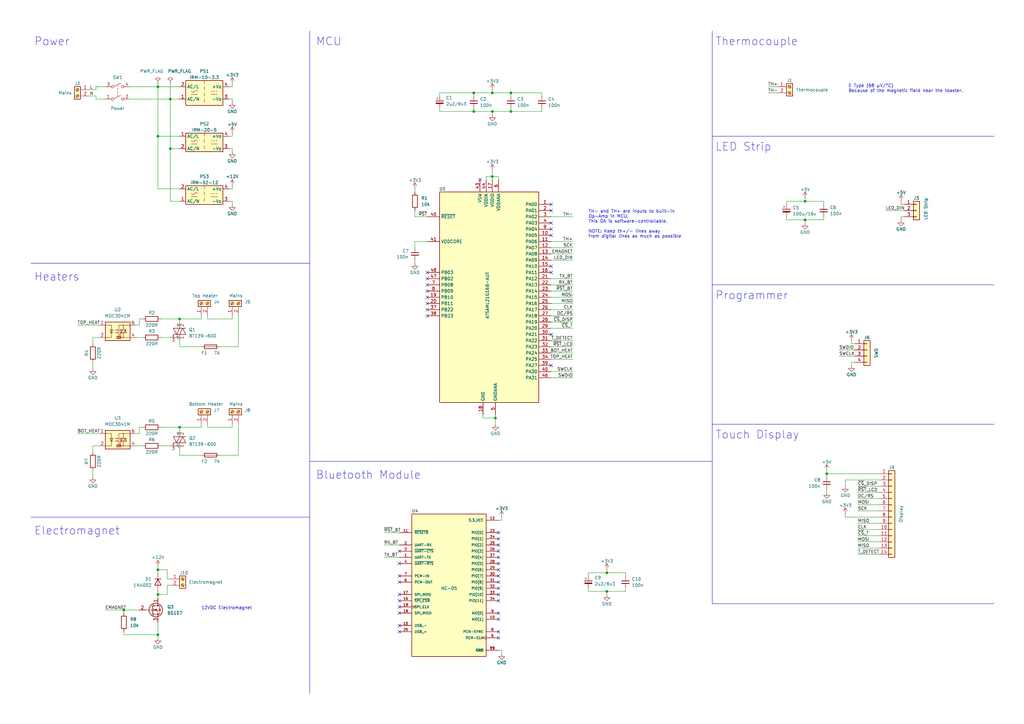
<source format=kicad_sch>
(kicad_sch (version 20230121) (generator eeschema)
  (paper "A3")
  (title_block (title "Gaming Toaster V1") (date "2023-02-19") (rev "1.0.0"))
  (lib_symbols
    (symbol "Connector:Screw_Terminal_01x02" (pin_names (offset 1.016) hide)
      (property "Reference" "J" (at 0 2.54 0))
      (property "Value" "Screw_Terminal_01x02" (at 0 -5.08 0))
      (symbol "Screw_Terminal_01x02_1_1"
        (pin passive line (at -5.08 0 0) (length 3.81) (name "Pin_1") (number "1"))
        (pin passive line (at -5.08 -2.54 0) (length 3.81) (name "Pin_2") (number "2"))
      )
    )
    (symbol "Connector_Generic:Conn_01x03" (pin_names (offset 1.016) hide)
      (property "Reference" "J" (at 0 5.08 0))
      (property "Value" "Conn_01x03" (at 0 -5.08 0))
      (symbol "Conn_01x03_1_1"
        (pin passive line (at -5.08 2.54 0) (length 3.81) (name "Pin_1") (number "1"))
        (pin passive line (at -5.08 0 0) (length 3.81) (name "Pin_2") (number "2"))
        (pin passive line (at -5.08 -2.54 0) (length 3.81) (name "Pin_3") (number "3"))
      )
    )
    (symbol "Connector_Generic:Conn_01x04" (pin_names (offset 1.016) hide)
      (property "Reference" "J" (at 0 5.08 0))
      (property "Value" "Conn_01x04" (at 0 -7.62 0))
      (symbol "Conn_01x04_1_1"
        (pin passive line (at -5.08 2.54 0) (length 3.81) (name "Pin_1") (number "1"))
        (pin passive line (at -5.08 0 0) (length 3.81) (name "Pin_2") (number "2"))
        (pin passive line (at -5.08 -2.54 0) (length 3.81) (name "Pin_3") (number "3"))
        (pin passive line (at -5.08 -5.08 0) (length 3.81) (name "Pin_4") (number "4"))
      )
    )
    (symbol "Connector_Generic:Conn_01x14" (pin_names (offset 1.016) hide)
      (property "Reference" "J" (at 0 17.78 0))
      (property "Value" "Conn_01x14" (at 0 -20.32 0))
      (symbol "Conn_01x14_1_1"
        (pin passive line (at -5.08 15.24 0) (length 3.81) (name "Pin_1") (number "1"))
        (pin passive line (at -5.08 -7.62 0) (length 3.81) (name "Pin_10") (number "10"))
        (pin passive line (at -5.08 -10.16 0) (length 3.81) (name "Pin_11") (number "11"))
        (pin passive line (at -5.08 -12.7 0) (length 3.81) (name "Pin_12") (number "12"))
        (pin passive line (at -5.08 -15.24 0) (length 3.81) (name "Pin_13") (number "13"))
        (pin passive line (at -5.08 -17.78 0) (length 3.81) (name "Pin_14") (number "14"))
        (pin passive line (at -5.08 12.7 0) (length 3.81) (name "Pin_2") (number "2"))
        (pin passive line (at -5.08 10.16 0) (length 3.81) (name "Pin_3") (number "3"))
        (pin passive line (at -5.08 7.62 0) (length 3.81) (name "Pin_4") (number "4"))
        (pin passive line (at -5.08 5.08 0) (length 3.81) (name "Pin_5") (number "5"))
        (pin passive line (at -5.08 2.54 0) (length 3.81) (name "Pin_6") (number "6"))
        (pin passive line (at -5.08 0 0) (length 3.81) (name "Pin_7") (number "7"))
        (pin passive line (at -5.08 -2.54 0) (length 3.81) (name "Pin_8") (number "8"))
        (pin passive line (at -5.08 -5.08 0) (length 3.81) (name "Pin_9") (number "9"))
      )
    )
    (symbol "Converter_ACDC:IRM-02-12"
      (property "Reference" "PS3" (at 0 7.62 0))
      (property "Value" "IRM-02-12" (at 0 5.08 0))
      (symbol "IRM-02-12_1_1"
        (pin power_in line (at -10.16 -2.54 0) (length 2.54) (name "AC/N") (number "1"))
        (pin power_in line (at -10.16 2.54 0) (length 2.54) (name "AC/L") (number "2"))
        (pin passive line (at 10.16 -2.54 180) (length 2.54) (name "-Vo") (number "3"))
        (pin power_out line (at 10.16 2.54 180) (length 2.54) (name "+Vo") (number "4"))
      )
    )
    (symbol "Converter_ACDC:IRM-10-3.3"
      (property "Reference" "PS1" (at 0 8.89 0))
      (property "Value" "IRM-10-3.3" (at 0 6.35 0))
      (symbol "IRM-10-3.3_1_1"
        (pin power_in line (at -10.16 -2.54 0) (length 2.54) (name "AC/N") (number "1"))
        (pin power_in line (at -10.16 2.54 0) (length 2.54) (name "AC/L") (number "2"))
        (pin power_out line (at 10.16 -2.54 180) (length 2.54) (name "-Vo") (number "3"))
        (pin power_out line (at 10.16 2.54 180) (length 2.54) (name "+Vo") (number "4"))
      )
    )
    (symbol "Converter_ACDC:IRM-20-5"
      (property "Reference" "PS2" (at 0 7.62 0))
      (property "Value" "IRM-20-5" (at 0 5.08 0))
      (symbol "IRM-20-5_1_1"
        (pin power_in line (at -10.16 2.54 0) (length 2.54) (name "AC/L") (number "1"))
        (pin power_in line (at -10.16 -2.54 0) (length 2.54) (name "AC/N") (number "2"))
        (pin passive line (at 10.16 -2.54 180) (length 2.54) (name "-Vo") (number "3"))
        (pin power_out line (at 10.16 2.54 180) (length 2.54) (name "+Vo") (number "4"))
      )
    )
    (symbol "Device:C_Polarized_Small" (pin_numbers hide) (pin_names (offset 0.254) hide)
      (property "Reference" "C" (at 0.254 1.778 0))
      (property "Value" "C_Polarized_Small" (at 0.254 -2.032 0))
      (symbol "C_Polarized_Small_1_1"
        (pin passive line (at 0 2.54 270) (length 1.8542) (name "~") (number "1"))
        (pin passive line (at 0 -2.54 90) (length 1.8542) (name "~") (number "2"))
      )
    )
    (symbol "Device:C_Small" (pin_numbers hide) (pin_names (offset 0.254) hide)
      (property "Reference" "C" (at 0.254 1.778 0))
      (property "Value" "C_Small" (at 0.254 -2.032 0))
      (symbol "C_Small_1_1"
        (pin passive line (at 0 2.54 270) (length 2.032) (name "~") (number "1"))
        (pin passive line (at 0 -2.54 90) (length 2.032) (name "~") (number "2"))
      )
    )
    (symbol "Device:D" (pin_numbers hide) (pin_names (offset 1.016) hide)
      (property "Reference" "D" (at 0 2.54 0))
      (property "Value" "D" (at 0 -2.54 0))
      (symbol "D_1_1"
        (pin passive line (at -3.81 0 0) (length 2.54) (name "K") (number "1"))
        (pin passive line (at 3.81 0 180) (length 2.54) (name "A") (number "2"))
      )
    )
    (symbol "Device:Fuse" (pin_numbers hide) (pin_names (offset 0))
      (property "Reference" "F" (at 2.032 0 90))
      (property "Value" "Fuse" (at -1.905 0 90))
      (symbol "Fuse_1_1"
        (pin passive line (at 0 3.81 270) (length 1.27) (name "~") (number "1"))
        (pin passive line (at 0 -3.81 90) (length 1.27) (name "~") (number "2"))
      )
    )
    (symbol "Device:R" (pin_numbers hide) (pin_names (offset 0))
      (property "Reference" "R" (at 2.032 0 90))
      (property "Value" "R" (at 0 0 90))
      (symbol "R_1_1"
        (pin passive line (at 0 3.81 270) (length 1.27) (name "~") (number "1"))
        (pin passive line (at 0 -3.81 90) (length 1.27) (name "~") (number "2"))
      )
    )
    (symbol "HC-05:HC-05" (pin_names (offset 1.016))
      (property "Reference" "U" (at -15.24 31.115 0))
      (property "Value" "HC-05" (at -15.24 -30.48 0))
      (symbol "HC-05_0_0"
        (pin output line (at -20.32 12.7 0) (length 5.08) (name "UART-TX") (number "1"))
        (pin bidirectional line (at 20.32 -12.7 180) (length 5.08) (name "AIO[1]") (number "10"))
        (pin input line (at -20.32 22.86 0) (length 5.08) (name "~{RESETB}") (number "11"))
        (pin power_in line (at 20.32 27.94 180) (length 5.08) (name "3.3_VCC") (number "12"))
        (pin power_in line (at 20.32 -25.4 180) (length 5.08) (name "GND") (number "13"))
        (pin bidirectional line (at -20.32 -15.24 0) (length 5.08) (name "USB_-") (number "15"))
        (pin input line (at -20.32 -5.08 0) (length 5.08) (name "~{SPI_CSB}") (number "16"))
        (pin input line (at -20.32 -2.54 0) (length 5.08) (name "SPI_MOSI") (number "17"))
        (pin output line (at -20.32 -10.16 0) (length 5.08) (name "SPI_MISO") (number "18"))
        (pin input clock (at -20.32 -7.62 0) (length 5.08) (name "SPI_CLK") (number "19"))
        (pin input line (at -20.32 17.78 0) (length 5.08) (name "UART-RX") (number "2"))
        (pin bidirectional line (at -20.32 -17.78 0) (length 5.08) (name "USB_+") (number "20"))
        (pin power_in line (at 20.32 -25.4 180) (length 5.08) (name "GND") (number "21"))
        (pin power_in line (at 20.32 -25.4 180) (length 5.08) (name "GND") (number "22"))
        (pin bidirectional line (at 20.32 22.86 180) (length 5.08) (name "PIO[0]") (number "23"))
        (pin bidirectional line (at 20.32 20.32 180) (length 5.08) (name "PIO[1]") (number "24"))
        (pin bidirectional line (at 20.32 17.78 180) (length 5.08) (name "PIO[2]") (number "25"))
        (pin bidirectional line (at 20.32 15.24 180) (length 5.08) (name "PIO[3]") (number "26"))
        (pin bidirectional line (at 20.32 12.7 180) (length 5.08) (name "PIO[4]") (number "27"))
        (pin bidirectional line (at 20.32 10.16 180) (length 5.08) (name "PIO[5]") (number "28"))
        (pin bidirectional line (at 20.32 7.62 180) (length 5.08) (name "PIO[6]") (number "29"))
        (pin input line (at -20.32 15.24 0) (length 5.08) (name "~{UART-CTS}") (number "3"))
        (pin bidirectional line (at 20.32 5.08 180) (length 5.08) (name "PIO[7]") (number "30"))
        (pin bidirectional line (at 20.32 2.54 180) (length 5.08) (name "PIO[8]") (number "31"))
        (pin bidirectional line (at 20.32 0 180) (length 5.08) (name "PIO[9]") (number "32"))
        (pin bidirectional line (at 20.32 -2.54 180) (length 5.08) (name "PIO[10]") (number "33"))
        (pin bidirectional line (at 20.32 -5.08 180) (length 5.08) (name "PIO[11]") (number "34"))
        (pin output line (at -20.32 10.16 0) (length 5.08) (name "~{UART-RTS}") (number "4"))
        (pin bidirectional clock (at 20.32 -20.32 180) (length 5.08) (name "PCM-CLK") (number "5"))
        (pin output line (at -20.32 2.54 0) (length 5.08) (name "PCM-OUT") (number "6"))
        (pin input line (at -20.32 5.08 0) (length 5.08) (name "PCM-IN") (number "7"))
        (pin bidirectional line (at 20.32 -17.78 180) (length 5.08) (name "PCN-SYNC") (number "8"))
        (pin bidirectional line (at 20.32 -10.16 180) (length 5.08) (name "AIO[0]") (number "9"))
      )
    )
    (symbol "MCU_Microchip_SAML:ATSAML21G16B-AUT"
      (property "Reference" "U2" (at -17.78 44.45 0))
      (property "Value" "ATSAML21G16B-AUT" (at 0.7494 -8.89 90))
      (symbol "ATSAML21G16B-AUT_1_1"
        (pin bidirectional line (at -25.4 38.1 0) (length 5.08) (name "PA00") (number "1"))
        (pin bidirectional line (at -25.4 25.4 0) (length 5.08) (name "PA05") (number "10"))
        (pin bidirectional line (at -25.4 22.86 0) (length 5.08) (name "PA06") (number "11"))
        (pin bidirectional line (at -25.4 20.32 0) (length 5.08) (name "PA07") (number "12"))
        (pin bidirectional line (at -25.4 17.78 0) (length 5.08) (name "PA08") (number "13"))
        (pin bidirectional line (at -25.4 15.24 0) (length 5.08) (name "PA09") (number "14"))
        (pin bidirectional line (at -25.4 12.7 0) (length 5.08) (name "PA10") (number "15"))
        (pin bidirectional line (at -25.4 10.16 0) (length 5.08) (name "PA11") (number "16"))
        (pin power_in line (at -1.27 48.26 270) (length 5.08) (name "VDDIO") (number "17"))
        (pin power_in line (at 2.54 -48.26 90) (length 5.08) (name "GND") (number "18"))
        (pin bidirectional line (at 25.4 0 180) (length 5.08) (name "PB10") (number "19"))
        (pin bidirectional line (at -25.4 35.56 0) (length 5.08) (name "PA01") (number "2"))
        (pin bidirectional line (at 25.4 -2.54 180) (length 5.08) (name "PB11") (number "20"))
        (pin bidirectional line (at -25.4 7.62 0) (length 5.08) (name "PA12") (number "21"))
        (pin bidirectional line (at -25.4 5.08 0) (length 5.08) (name "PA13") (number "22"))
        (pin bidirectional line (at -25.4 2.54 0) (length 5.08) (name "PA14") (number "23"))
        (pin bidirectional line (at -25.4 0 0) (length 5.08) (name "PA15") (number "24"))
        (pin bidirectional line (at -25.4 -2.54 0) (length 5.08) (name "PA16") (number "25"))
        (pin bidirectional line (at -25.4 -5.08 0) (length 5.08) (name "PA17") (number "26"))
        (pin bidirectional line (at -25.4 -7.62 0) (length 5.08) (name "PA18") (number "27"))
        (pin bidirectional line (at -25.4 -10.16 0) (length 5.08) (name "PA19") (number "28"))
        (pin bidirectional line (at -25.4 -12.7 0) (length 5.08) (name "PA20") (number "29"))
        (pin bidirectional line (at -25.4 33.02 0) (length 5.08) (name "PA02") (number "3"))
        (pin bidirectional line (at -25.4 -15.24 0) (length 5.08) (name "PA21") (number "30"))
        (pin bidirectional line (at -25.4 -17.78 0) (length 5.08) (name "PA22") (number "31"))
        (pin bidirectional line (at -25.4 -20.32 0) (length 5.08) (name "PA23") (number "32"))
        (pin bidirectional line (at -25.4 -22.86 0) (length 5.08) (name "PA24") (number "33"))
        (pin bidirectional line (at -25.4 -25.4 0) (length 5.08) (name "PA25") (number "34"))
        (pin passive line (at 2.54 -48.26 90) (length 5.08) hide (name "GND") (number "35"))
        (pin passive line (at -1.27 48.26 270) (length 5.08) hide (name "VDDIO") (number "36"))
        (pin bidirectional line (at 25.4 -5.08 180) (length 5.08) (name "PB22") (number "37"))
        (pin bidirectional line (at 25.4 -7.62 180) (length 5.08) (name "PB23") (number "38"))
        (pin bidirectional line (at -25.4 -27.94 0) (length 5.08) (name "PA27") (number "39"))
        (pin bidirectional line (at -25.4 30.48 0) (length 5.08) (name "PA03") (number "4"))
        (pin input line (at 25.4 33.02 180) (length 5.08) (name "~{RESET}") (number "40"))
        (pin bidirectional line (at 25.4 22.86 180) (length 5.08) (name "VDDCORE") (number "41"))
        (pin passive line (at 2.54 -48.26 90) (length 5.08) hide (name "GND") (number "42"))
        (pin bidirectional line (at 3.81 48.26 270) (length 5.08) (name "VSW") (number "43"))
        (pin power_in line (at 1.27 48.26 270) (length 5.08) (name "VDDIN") (number "44"))
        (pin bidirectional line (at -25.4 -30.48 0) (length 5.08) (name "PA30") (number "45"))
        (pin bidirectional line (at -25.4 -33.02 0) (length 5.08) (name "PA31") (number "46"))
        (pin bidirectional line (at 25.4 7.62 180) (length 5.08) (name "PB02") (number "47"))
        (pin bidirectional line (at 25.4 10.16 180) (length 5.08) (name "PB03") (number "48"))
        (pin power_in line (at -2.54 -48.26 90) (length 5.08) (name "GNDANA") (number "5"))
        (pin power_in line (at -3.81 48.26 270) (length 5.08) (name "VDDANA") (number "6"))
        (pin bidirectional line (at 25.4 5.08 180) (length 5.08) (name "PB08") (number "7"))
        (pin bidirectional line (at 25.4 2.54 180) (length 5.08) (name "PB09") (number "8"))
        (pin bidirectional line (at -25.4 27.94 0) (length 5.08) (name "PA04") (number "9"))
      )
    )
    (symbol "Relay_SolidState:MOC3041M"
      (property "Reference" "U" (at -5.08 5.08 0))
      (property "Value" "MOC3041M" (at 0 5.08 0))
      (symbol "MOC3041M_0_0"
        (text "ZCD" (at 0.508 -2.54 0) (effects (font (size 0.508 0.508))))
      )
      (symbol "MOC3041M_1_1"
        (pin passive line (at -7.62 2.54 0) (length 2.54) (name "~") (number "1"))
        (pin passive line (at -7.62 -2.54 0) (length 2.54) (name "~") (number "2"))
        (pin no_connect line (at -5.08 0 0) (length 2.54) hide (name "NC") (number "3"))
        (pin passive line (at 7.62 -2.54 180) (length 2.54) (name "~") (number "4"))
        (pin no_connect line (at 5.08 0 180) (length 2.54) hide (name "NC") (number "5"))
        (pin passive line (at 7.62 2.54 180) (length 2.54) (name "~") (number "6"))
      )
    )
    (symbol "Switch:SW_DPST" (pin_names (offset 0) hide)
      (property "Reference" "SW" (at 0 5.08 0))
      (property "Value" "SW_DPST" (at 0 -5.08 0))
      (symbol "SW_DPST_1_1"
        (pin passive line (at -5.08 -2.54 0) (length 2.54) (name "1") (number "1"))
        (pin passive line (at 5.08 -2.54 180) (length 2.54) (name "2") (number "2"))
        (pin passive line (at -5.08 2.54 0) (length 2.54) (name "3") (number "3"))
        (pin passive line (at 5.08 2.54 180) (length 2.54) (name "4") (number "4"))
      )
    )
    (symbol "Transistor_FET:BS107" (pin_names hide)
      (property "Reference" "Q" (at 5.08 1.905 0))
      (property "Value" "BS107" (at 5.08 0 0))
      (symbol "BS107_1_1"
        (pin passive line (at 2.54 5.08 270) (length 2.54) (name "D") (number "1"))
        (pin input line (at -5.08 0 0) (length 2.54) (name "G") (number "2"))
        (pin passive line (at 2.54 -5.08 90) (length 2.54) (name "S") (number "3"))
      )
    )
    (symbol "Triac_Thyristor:BT139-600" (pin_names (offset 0))
      (property "Reference" "Q" (at 5.08 1.905 0))
      (property "Value" "BT139-600" (at 5.08 0 0))
      (symbol "BT139-600_1_1"
        (pin passive line (at 0 -3.81 90) (length 2.54) (name "A1") (number "1"))
        (pin passive line (at 0 3.81 270) (length 2.54) (name "A2") (number "2"))
        (pin input line (at -3.81 -2.54 0) (length 2.54) (name "G") (number "3"))
      )
    )
    (symbol "power:+12V" (power) (pin_names (offset 0))
      (property "Value" "+12V" (at 0 3.556 0))
      (symbol "+12V_1_1"
        (pin power_in line (at 0 0 90) (length 0) hide (name "+12V") (number "1"))
      )
    )
    (symbol "power:+3V3" (power) (pin_names (offset 0))
      (property "Value" "+3V3" (at 0 3.556 0))
      (symbol "+3V3_1_1"
        (pin power_in line (at 0 0 90) (length 0) hide (name "+3V3") (number "1"))
      )
    )
    (symbol "power:+5V" (power) (pin_names (offset 0))
      (property "Value" "+5V" (at 0 3.556 0))
      (symbol "+5V_1_1"
        (pin power_in line (at 0 0 90) (length 0) hide (name "+5V") (number "1"))
      )
    )
    (symbol "power:GND" (power) (pin_names (offset 0))
      (property "Value" "GND" (at 0 -3.81 0))
      (symbol "GND_1_1"
        (pin power_in line (at 0 0 270) (length 0) hide (name "GND") (number "1"))
      )
    )
    (symbol "power:PWR_FLAG" (power) (pin_numbers hide) (pin_names (offset 0) hide)
      (property "Value" "PWR_FLAG" (at 0 3.81 0))
      (symbol "PWR_FLAG_0_0"
        (pin power_out line (at 0 0 90) (length 0) (name "pwr") (number "1"))
      )
    )
  )
  (junction (at 203.2 171.45))
  (junction (at 194.31 38.1))
  (junction (at 69.85 40.64))
  (junction (at 73.66 130.81))
  (junction (at 194.31 45.72))
  (junction (at 73.66 175.26))
  (junction (at 69.85 60.96))
  (junction (at 248.92 234.95))
  (junction (at 201.93 45.72))
  (junction (at 209.55 45.72))
  (junction (at 330.2 82.55))
  (junction (at 64.77 260.35))
  (junction (at 248.92 242.57))
  (junction (at 64.77 55.88))
  (junction (at 64.77 243.84))
  (junction (at 209.55 38.1))
  (junction (at 201.93 38.1))
  (junction (at 339.09 194.31))
  (junction (at 50.8 250.19))
  (junction (at 64.77 233.68))
  (junction (at 64.77 35.56))
  (junction (at 330.2 90.17))
  (junction (at 201.93 72.39))
  (no_connect (at 226.06 109.22))
  (no_connect (at 163.83 259.08))
  (no_connect (at 226.06 96.52))
  (no_connect (at 175.26 129.54))
  (no_connect (at 163.83 256.54))
  (no_connect (at 204.47 238.76))
  (no_connect (at 163.83 226.06))
  (no_connect (at 163.83 251.46))
  (no_connect (at 226.06 93.98))
  (no_connect (at 163.83 231.14))
  (no_connect (at 204.47 236.22))
  (no_connect (at 163.83 236.22))
  (no_connect (at 204.47 223.52))
  (no_connect (at 163.83 238.76))
  (no_connect (at 175.26 124.46))
  (no_connect (at 204.47 233.68))
  (no_connect (at 204.47 231.14))
  (no_connect (at 196.85 73.66))
  (no_connect (at 204.47 241.3))
  (no_connect (at 175.26 114.3))
  (no_connect (at 175.26 111.76))
  (no_connect (at 204.47 220.98))
  (no_connect (at 163.83 248.92))
  (no_connect (at 226.06 91.44))
  (no_connect (at 204.47 261.62))
  (no_connect (at 226.06 83.82))
  (no_connect (at 226.06 111.76))
  (no_connect (at 204.47 243.84))
  (no_connect (at 226.06 149.86))
  (no_connect (at 204.47 246.38))
  (no_connect (at 204.47 226.06))
  (no_connect (at 175.26 116.84))
  (no_connect (at 204.47 218.44))
  (no_connect (at 204.47 254))
  (no_connect (at 204.47 251.46))
  (no_connect (at 204.47 228.6))
  (no_connect (at 175.26 121.92))
  (no_connect (at 175.26 119.38))
  (no_connect (at 163.83 243.84))
  (no_connect (at 204.47 259.08))
  (no_connect (at 226.06 137.16))
  (no_connect (at 163.83 246.38))
  (no_connect (at 175.26 127))
  (no_connect (at 226.06 86.36))
  (wire (pts (xy 234.95 152.4) (xy 226.06 152.4)))
  (wire (pts (xy 339.09 193.04) (xy 339.09 194.31)))
  (wire (pts (xy 201.93 72.39) (xy 204.47 72.39)))
  (wire (pts (xy 69.85 82.55) (xy 69.85 60.96)))
  (wire (pts (xy 360.68 207.01) (xy 351.79 207.01)))
  (wire (pts (xy 256.54 241.3) (xy 256.54 242.57)))
  (wire (pts (xy 346.71 212.09) (xy 360.68 212.09)))
  (wire (pts (xy 39.37 39.37) (xy 39.37 40.64)))
  (wire (pts (xy 209.55 38.1) (xy 209.55 39.37)))
  (wire (pts (xy 95.25 129.54) (xy 95.25 130.81)))
  (wire (pts (xy 73.66 82.55) (xy 69.85 82.55)))
  (wire (pts (xy 55.88 182.88) (xy 58.42 182.88)))
  (wire (pts (xy 68.58 240.03) (xy 69.85 240.03)))
  (wire (pts (xy 157.48 218.44) (xy 163.83 218.44)))
  (wire (pts (xy 180.34 45.72) (xy 180.34 44.45)))
  (wire (pts (xy 170.18 99.06) (xy 170.18 101.6)))
  (wire (pts (xy 234.95 101.6) (xy 226.06 101.6)))
  (wire (pts (xy 204.47 73.66) (xy 204.47 72.39)))
  (wire (pts (xy 234.95 139.7) (xy 226.06 139.7)))
  (wire (pts (xy 170.18 77.47) (xy 170.18 78.74)))
  (wire (pts (xy 234.95 154.94) (xy 226.06 154.94)))
  (wire (pts (xy 234.95 88.9) (xy 226.06 88.9)))
  (wire (pts (xy 95.25 60.96) (xy 93.98 60.96)))
  (wire (pts (xy 95.25 40.64) (xy 93.98 40.64)))
  (polyline (pts (xy 292.1 12.7) (xy 292.1 247.65)))
  (wire (pts (xy 234.95 116.84) (xy 226.06 116.84)))
  (wire (pts (xy 234.95 134.62) (xy 226.06 134.62)))
  (wire (pts (xy 180.34 38.1) (xy 180.34 39.37)))
  (wire (pts (xy 38.1 185.42) (xy 38.1 182.88)))
  (wire (pts (xy 85.09 175.26) (xy 95.25 175.26)))
  (wire (pts (xy 234.95 106.68) (xy 226.06 106.68)))
  (wire (pts (xy 198.12 170.18) (xy 198.12 171.45)))
  (wire (pts (xy 360.68 204.47) (xy 351.79 204.47)))
  (wire (pts (xy 339.09 194.31) (xy 360.68 194.31)))
  (wire (pts (xy 256.54 234.95) (xy 256.54 236.22)))
  (wire (pts (xy 57.15 130.81) (xy 58.42 130.81)))
  (wire (pts (xy 157.48 223.52) (xy 163.83 223.52)))
  (wire (pts (xy 205.74 213.36) (xy 205.74 212.09)))
  (wire (pts (xy 363.22 86.36) (xy 370.84 86.36)))
  (polyline (pts (xy 292.1 247.65) (xy 407.67 247.65)))
  (wire (pts (xy 234.95 144.78) (xy 226.06 144.78)))
  (wire (pts (xy 226.06 147.32) (xy 234.95 147.32)))
  (wire (pts (xy 39.37 36.83) (xy 39.37 35.56)))
  (wire (pts (xy 201.93 69.85) (xy 201.93 72.39)))
  (wire (pts (xy 344.17 146.05) (xy 350.52 146.05)))
  (wire (pts (xy 349.25 140.97) (xy 350.52 140.97)))
  (wire (pts (xy 222.25 45.72) (xy 222.25 44.45)))
  (wire (pts (xy 73.66 184.15) (xy 73.66 186.69)))
  (wire (pts (xy 55.88 138.43) (xy 58.42 138.43)))
  (wire (pts (xy 82.55 175.26) (xy 82.55 173.99)))
  (wire (pts (xy 180.34 38.1) (xy 194.31 38.1)))
  (wire (pts (xy 57.15 133.35) (xy 55.88 133.35)))
  (wire (pts (xy 322.58 82.55) (xy 322.58 83.82)))
  (wire (pts (xy 170.18 106.68) (xy 170.18 107.95)))
  (wire (pts (xy 360.68 222.25) (xy 351.79 222.25)))
  (wire (pts (xy 39.37 35.56) (xy 43.18 35.56)))
  (wire (pts (xy 344.17 143.51) (xy 350.52 143.51)))
  (wire (pts (xy 97.79 129.54) (xy 97.79 142.24)))
  (wire (pts (xy 360.68 214.63) (xy 351.79 214.63)))
  (wire (pts (xy 234.95 114.3) (xy 226.06 114.3)))
  (wire (pts (xy 68.58 243.84) (xy 68.58 240.03)))
  (wire (pts (xy 95.25 77.47) (xy 93.98 77.47)))
  (wire (pts (xy 203.2 171.45) (xy 203.2 173.99)))
  (wire (pts (xy 170.18 88.9) (xy 170.18 86.36)))
  (wire (pts (xy 73.66 77.47) (xy 64.77 77.47)))
  (wire (pts (xy 73.66 130.81) (xy 82.55 130.81)))
  (wire (pts (xy 330.2 90.17) (xy 337.82 90.17)))
  (wire (pts (xy 256.54 234.95) (xy 248.92 234.95)))
  (wire (pts (xy 64.77 35.56) (xy 64.77 55.88)))
  (wire (pts (xy 66.04 138.43) (xy 69.85 138.43)))
  (wire (pts (xy 339.09 200.66) (xy 339.09 201.93)))
  (wire (pts (xy 50.8 259.08) (xy 50.8 260.35)))
  (wire (pts (xy 31.75 177.8) (xy 40.64 177.8)))
  (wire (pts (xy 194.31 38.1) (xy 201.93 38.1)))
  (wire (pts (xy 39.37 40.64) (xy 43.18 40.64)))
  (wire (pts (xy 73.66 130.81) (xy 73.66 132.08)))
  (wire (pts (xy 241.3 234.95) (xy 241.3 236.22)))
  (wire (pts (xy 201.93 36.83) (xy 201.93 38.1)))
  (polyline (pts (xy 292.1 55.88) (xy 407.67 55.88)))
  (wire (pts (xy 222.25 38.1) (xy 222.25 39.37)))
  (wire (pts (xy 95.25 35.56) (xy 93.98 35.56)))
  (wire (pts (xy 64.77 242.57) (xy 64.77 243.84)))
  (wire (pts (xy 234.95 132.08) (xy 226.06 132.08)))
  (wire (pts (xy 69.85 40.64) (xy 69.85 60.96)))
  (wire (pts (xy 95.25 54.61) (xy 95.25 55.88)))
  (wire (pts (xy 346.71 210.82) (xy 346.71 212.09)))
  (wire (pts (xy 346.71 199.39) (xy 346.71 196.85)))
  (wire (pts (xy 205.74 266.7) (xy 205.74 267.97)))
  (wire (pts (xy 95.25 76.2) (xy 95.25 77.47)))
  (wire (pts (xy 57.15 177.8) (xy 57.15 175.26)))
  (wire (pts (xy 157.48 228.6) (xy 163.83 228.6)))
  (wire (pts (xy 198.12 171.45) (xy 203.2 171.45)))
  (wire (pts (xy 64.77 55.88) (xy 73.66 55.88)))
  (wire (pts (xy 68.58 237.49) (xy 69.85 237.49)))
  (wire (pts (xy 314.96 38.1) (xy 318.77 38.1)))
  (wire (pts (xy 73.66 175.26) (xy 82.55 175.26)))
  (wire (pts (xy 85.09 130.81) (xy 95.25 130.81)))
  (wire (pts (xy 194.31 38.1) (xy 194.31 39.37)))
  (wire (pts (xy 38.1 140.97) (xy 38.1 138.43)))
  (wire (pts (xy 360.68 219.71) (xy 351.79 219.71)))
  (wire (pts (xy 369.57 83.82) (xy 369.57 82.55)))
  (wire (pts (xy 38.1 148.59) (xy 38.1 151.13)))
  (wire (pts (xy 64.77 77.47) (xy 64.77 55.88)))
  (wire (pts (xy 234.95 127) (xy 226.06 127)))
  (wire (pts (xy 199.39 73.66) (xy 199.39 72.39)))
  (wire (pts (xy 205.74 266.7) (xy 204.47 266.7)))
  (wire (pts (xy 73.66 186.69) (xy 82.55 186.69)))
  (wire (pts (xy 50.8 250.19) (xy 57.15 250.19)))
  (wire (pts (xy 38.1 138.43) (xy 40.64 138.43)))
  (wire (pts (xy 203.2 170.18) (xy 203.2 171.45)))
  (wire (pts (xy 204.47 213.36) (xy 205.74 213.36)))
  (wire (pts (xy 322.58 82.55) (xy 330.2 82.55)))
  (wire (pts (xy 234.95 104.14) (xy 226.06 104.14)))
  (wire (pts (xy 36.83 39.37) (xy 39.37 39.37)))
  (wire (pts (xy 73.66 139.7) (xy 73.66 142.24)))
  (wire (pts (xy 64.77 243.84) (xy 64.77 245.11)))
  (wire (pts (xy 90.17 142.24) (xy 97.79 142.24)))
  (wire (pts (xy 248.92 242.57) (xy 248.92 243.84)))
  (wire (pts (xy 95.25 40.64) (xy 95.25 41.91)))
  (wire (pts (xy 82.55 130.81) (xy 82.55 129.54)))
  (wire (pts (xy 64.77 234.95) (xy 64.77 233.68)))
  (wire (pts (xy 201.93 45.72) (xy 201.93 46.99)))
  (wire (pts (xy 64.77 232.41) (xy 64.77 233.68)))
  (wire (pts (xy 57.15 175.26) (xy 58.42 175.26)))
  (wire (pts (xy 241.3 242.57) (xy 241.3 241.3)))
  (polyline (pts (xy 127 12.7) (xy 127 284.48)))
  (wire (pts (xy 322.58 90.17) (xy 322.58 88.9)))
  (wire (pts (xy 64.77 260.35) (xy 64.77 255.27)))
  (wire (pts (xy 360.68 209.55) (xy 351.79 209.55)))
  (polyline (pts (xy 292.1 173.99) (xy 407.67 173.99)))
  (wire (pts (xy 64.77 233.68) (xy 68.58 233.68)))
  (wire (pts (xy 209.55 38.1) (xy 222.25 38.1)))
  (wire (pts (xy 360.68 217.17) (xy 351.79 217.17)))
  (wire (pts (xy 339.09 194.31) (xy 339.09 195.58)))
  (wire (pts (xy 175.26 99.06) (xy 170.18 99.06)))
  (wire (pts (xy 53.34 35.56) (xy 64.77 35.56)))
  (wire (pts (xy 360.68 196.85) (xy 346.71 196.85)))
  (wire (pts (xy 95.25 82.55) (xy 95.25 83.82)))
  (wire (pts (xy 38.1 182.88) (xy 40.64 182.88)))
  (wire (pts (xy 57.15 177.8) (xy 55.88 177.8)))
  (wire (pts (xy 85.09 129.54) (xy 85.09 130.81)))
  (wire (pts (xy 360.68 201.93) (xy 351.79 201.93)))
  (wire (pts (xy 234.95 99.06) (xy 226.06 99.06)))
  (wire (pts (xy 194.31 45.72) (xy 201.93 45.72)))
  (wire (pts (xy 57.15 133.35) (xy 57.15 130.81)))
  (wire (pts (xy 349.25 148.59) (xy 349.25 149.86)))
  (wire (pts (xy 38.1 193.04) (xy 38.1 195.58)))
  (wire (pts (xy 43.18 250.19) (xy 50.8 250.19)))
  (polyline (pts (xy 292.1 116.84) (xy 407.67 116.84)))
  (wire (pts (xy 322.58 90.17) (xy 330.2 90.17)))
  (wire (pts (xy 234.95 124.46) (xy 226.06 124.46)))
  (wire (pts (xy 64.77 260.35) (xy 64.77 261.62)))
  (wire (pts (xy 330.2 91.44) (xy 330.2 90.17)))
  (polyline (pts (xy 127 189.23) (xy 292.1 189.23)))
  (wire (pts (xy 330.2 82.55) (xy 337.82 82.55)))
  (wire (pts (xy 369.57 88.9) (xy 369.57 90.17)))
  (wire (pts (xy 248.92 233.68) (xy 248.92 234.95)))
  (wire (pts (xy 73.66 175.26) (xy 73.66 176.53)))
  (wire (pts (xy 31.75 133.35) (xy 40.64 133.35)))
  (wire (pts (xy 209.55 45.72) (xy 209.55 44.45)))
  (wire (pts (xy 73.66 142.24) (xy 82.55 142.24)))
  (wire (pts (xy 95.25 173.99) (xy 95.25 175.26)))
  (wire (pts (xy 95.25 34.29) (xy 95.25 35.56)))
  (wire (pts (xy 226.06 119.38) (xy 234.95 119.38)))
  (wire (pts (xy 337.82 82.55) (xy 337.82 83.82)))
  (wire (pts (xy 64.77 34.29) (xy 64.77 35.56)))
  (wire (pts (xy 234.95 121.92) (xy 226.06 121.92)))
  (wire (pts (xy 66.04 130.81) (xy 73.66 130.81)))
  (wire (pts (xy 248.92 234.95) (xy 241.3 234.95)))
  (wire (pts (xy 201.93 38.1) (xy 209.55 38.1)))
  (wire (pts (xy 349.25 139.7) (xy 349.25 140.97)))
  (wire (pts (xy 360.68 224.79) (xy 351.79 224.79)))
  (wire (pts (xy 50.8 251.46) (xy 50.8 250.19)))
  (wire (pts (xy 66.04 182.88) (xy 69.85 182.88)))
  (wire (pts (xy 95.25 55.88) (xy 93.98 55.88)))
  (wire (pts (xy 226.06 142.24) (xy 234.95 142.24)))
  (wire (pts (xy 248.92 242.57) (xy 241.3 242.57)))
  (wire (pts (xy 95.25 60.96) (xy 95.25 62.23)))
  (wire (pts (xy 201.93 45.72) (xy 209.55 45.72)))
  (wire (pts (xy 90.17 186.69) (xy 97.79 186.69)))
  (wire (pts (xy 194.31 44.45) (xy 194.31 45.72)))
  (wire (pts (xy 234.95 129.54) (xy 226.06 129.54)))
  (wire (pts (xy 360.68 199.39) (xy 351.79 199.39)))
  (wire (pts (xy 68.58 233.68) (xy 68.58 237.49)))
  (wire (pts (xy 64.77 243.84) (xy 68.58 243.84)))
  (wire (pts (xy 350.52 148.59) (xy 349.25 148.59)))
  (wire (pts (xy 170.18 88.9) (xy 175.26 88.9)))
  (wire (pts (xy 370.84 83.82) (xy 369.57 83.82)))
  (wire (pts (xy 85.09 173.99) (xy 85.09 175.26)))
  (wire (pts (xy 209.55 45.72) (xy 222.25 45.72)))
  (wire (pts (xy 66.04 175.26) (xy 73.66 175.26)))
  (wire (pts (xy 97.79 186.69) (xy 97.79 173.99)))
  (wire (pts (xy 95.25 82.55) (xy 93.98 82.55)))
  (wire (pts (xy 201.93 72.39) (xy 201.93 73.66)))
  (polyline (pts (xy 12.7 107.95) (xy 127 107.95)))
  (wire (pts (xy 337.82 88.9) (xy 337.82 90.17)))
  (wire (pts (xy 64.77 35.56) (xy 73.66 35.56)))
  (wire (pts (xy 199.39 72.39) (xy 201.93 72.39)))
  (wire (pts (xy 69.85 34.29) (xy 69.85 40.64)))
  (wire (pts (xy 50.8 260.35) (xy 64.77 260.35)))
  (wire (pts (xy 248.92 242.57) (xy 256.54 242.57)))
  (wire (pts (xy 370.84 88.9) (xy 369.57 88.9)))
  (wire (pts (xy 53.34 40.64) (xy 69.85 40.64)))
  (wire (pts (xy 314.96 35.56) (xy 318.77 35.56)))
  (wire (pts (xy 180.34 45.72) (xy 194.31 45.72)))
  (polyline (pts (xy 12.7 212.09) (xy 127 212.09)))
  (wire (pts (xy 69.85 60.96) (xy 73.66 60.96)))
  (wire (pts (xy 330.2 81.28) (xy 330.2 82.55)))
  (wire (pts (xy 36.83 36.83) (xy 39.37 36.83)))
  (wire (pts (xy 360.68 227.33) (xy 351.79 227.33)))
  (wire (pts (xy 73.66 40.64) (xy 69.85 40.64)))
  (text "MCU" (at 129.54 19.05 0) (effects (font (size 3.27 3.27)) (justify left bottom)))
  (text "Power" (at 13.97 19.05 0) (effects (font (size 3.27 3.27)) (justify left bottom)))
  (text "Bluetooth Module" (at 129.54 196.85 0) (effects (font (size 3.27 3.27)) (justify left bottom)))
  (text "E Type (68 µV/°C)\nBecause of the magnetic field near the toaster." (at 347.98 38.1 0) (effects (font (size 1.27 1.27)) (justify left bottom)))
  (text "Touch Display" (at 293.37 180.34 0) (effects (font (size 3.27 3.27)) (justify left bottom)))
  (text "Heaters" (at 13.97 115.57 0) (effects (font (size 3.27 3.27)) (justify left bottom)))
  (text "12VDC Electromagnet" (at 82.55 250.19 0) (effects (font (size 1.27 1.27)) (justify left bottom)))
  (text "LED Strip" (at 293.37 62.23 0) (effects (font (size 3.27 3.27)) (justify left bottom)))
  (text "Electromagnet" (at 13.97 219.71 0) (effects (font (size 3.27 3.27)) (justify left bottom)))
  (text "Thermocouple" (at 293.37 19.05 0) (effects (font (size 3.27 3.27)) (justify left bottom)))
  (text "TH- and TH+ are inputs to built-in\nOp-Amp in MCU.\nThis OA is software-controllable.\n\nNOTE: Keep th+/- lines away\nfrom digital lines as much as possible" (at 241.3 97.79 0) (effects (font (size 1.27 1.27)) (justify left bottom)))
  (text "Programmer" (at 293.37 123.19 0) (effects (font (size 3.27 3.27)) (justify left bottom)))
  (label "CLK" (at 351.79 217.17 0))
  (label "SCK" (at 234.95 101.6 180))
  (label "LED_DIN" (at 234.95 106.68 180))
  (label "~{RST}_BT" (at 234.95 119.38 180))
  (label "~{RST}" (at 175.26 88.9 180))
  (label "~{RST}_LCD" (at 234.95 142.24 180))
  (label "CLK" (at 234.95 127 180))
  (label "T_DETECT" (at 351.79 227.33 0))
  (label "SWCLK" (at 344.17 146.05 0))
  (label "TOP_HEAT" (at 234.95 147.32 180))
  (label "~{CS}_T" (at 351.79 219.71 0))
  (label "EMAGNET" (at 234.95 104.14 180))
  (label "SWCLK" (at 234.95 152.4 180))
  (label "TH+" (at 314.96 35.56 0))
  (label "SWDIO" (at 344.17 143.51 0))
  (label "BOT_HEAT" (at 234.95 144.78 180))
  (label "TX_BT" (at 157.48 228.6 0))
  (label "TH-" (at 234.95 88.9 180))
  (label "L" (at 36.83 36.83 0))
  (label "N" (at 36.83 39.37 0))
  (label "SWDIO" (at 234.95 154.94 180))
  (label "TH+" (at 234.95 99.06 180))
  (label "TOP_HEAT" (at 31.75 133.35 0))
  (label "MISO" (at 351.79 214.63 0))
  (label "MOSI" (at 351.79 222.25 0))
  (label "RX_BT" (at 234.95 116.84 180))
  (label "DC{slash}RS" (at 234.95 129.54 180))
  (label "SCK" (at 351.79 209.55 0))
  (label "~{CS}_DISP" (at 234.95 132.08 180))
  (label "DC{slash}RS" (at 351.79 204.47 0))
  (label "EMAGNET" (at 43.18 250.19 0))
  (label "T_DETECT" (at 234.95 139.7 180))
  (label "TH-" (at 314.96 38.1 0))
  (label "MISO" (at 234.95 124.46 180))
  (label "TX_BT" (at 234.95 114.3 180))
  (label "LED_DIN" (at 363.22 86.36 0))
  (label "MOSI" (at 234.95 121.92 180))
  (label "MOSI" (at 351.79 207.01 0))
  (label "~{CS}_DISP" (at 351.79 199.39 0))
  (label "~{CS}_T" (at 234.95 134.62 180))
  (label "MISO" (at 351.79 224.79 0))
  (label "BOT_HEAT" (at 31.75 177.8 0))
  (label "~{RST}_BT" (at 157.48 218.44 0))
  (label "~{RST}_LCD" (at 351.79 201.93 0))
  (label "RX_BT" (at 157.48 223.52 0))
  (symbol (lib_id "power:+3V3") (at 205.74 212.09 0) (unit 1)
    (property "Reference" "#PWR025" (effects hide))
    (property "Value" "+3V3" (at 205.74 208.534 0))
  )
  (symbol (lib_id "Device:C_Small") (at 170.18 104.14 0) (mirror y) (unit 1)
    (property "Reference" "C7" (at 166.37 102.8763 0))
    (property "Value" "100n" (at 165.1 105.4163 0))
    (property "Footprint" "Capacitor_SMD:C_0603_1608Metric" (effects hide))
  )
  (symbol (lib_id "power:GND") (at 205.74 267.97 0) (unit 1)
    (property "Reference" "#PWR030" (effects hide))
    (property "Value" "GND" (at 205.74 271.78 0))
  )
  (symbol (lib_id "power:GND") (at 369.57 90.17 0) (unit 1)
    (property "Reference" "#PWR013" (effects hide))
    (property "Value" "GND" (at 369.57 93.98 0))
  )
  (symbol (lib_id "power:+3V3") (at 170.18 77.47 0) (unit 1)
    (property "Reference" "#PWR09" (effects hide))
    (property "Value" "+3V3" (at 170.18 73.914 0))
  )
  (symbol (lib_id "Connector:Screw_Terminal_01x02") (at 95.25 124.46 90) (unit 1)
    (property "Reference" "J5" (at 100.33 123.825 90) (effects (justify right)))
    (property "Value" "Mains" (at 93.98 121.285 90) (effects (justify right)))
    (property "Footprint" "TerminalBlock:TerminalBlock_bornier-2_P5.08mm" (effects hide))
  )
  (symbol (lib_id "Device:R") (at 62.23 130.81 90) (unit 1)
    (property "Reference" "R2" (at 62.23 128.27 90))
    (property "Value" "220R" (at 62.23 133.35 90))
    (property "Footprint" "Resistor_SMD:R_0603_1608Metric" (effects hide))
  )
  (symbol (lib_id "Device:C_Small") (at 194.31 41.91 0) (unit 1)
    (property "Reference" "C2" (at 196.85 40.6462 0) (effects (justify left)))
    (property "Value" "100n" (at 196.85 43.1862 0) (effects (justify left)))
    (property "Footprint" "Capacitor_SMD:C_0603_1608Metric" (effects hide))
  )
  (symbol (lib_id "power:GND") (at 203.2 173.99 0) (mirror y) (unit 1)
    (property "Reference" "#PWR019" (effects hide))
    (property "Value" "GND" (at 203.2 177.8 0))
  )
  (symbol (lib_id "power:+3V3") (at 346.71 210.82 0) (mirror y) (unit 1)
    (property "Reference" "#PWR024" (effects hide))
    (property "Value" "+3V3" (at 346.71 207.264 0))
  )
  (symbol (lib_id "power:GND") (at 38.1 151.13 0) (unit 1)
    (property "Reference" "#PWR018" (effects hide))
    (property "Value" "GND" (at 38.1 154.94 0))
  )
  (symbol (lib_id "Connector_Generic:Conn_01x14") (at 365.76 209.55 0) (unit 1)
    (property "Reference" "J9" (at 365.76 191.77 0))
    (property "Value" "Display" (at 369.57 210.82 90))
    (property "Footprint" "Connector_Molex:Molex_SlimStack_502426-1410_2x07_P0.40mm_Vertical" (effects hide))
  )
  (symbol (lib_id "power:GND") (at 95.25 83.82 0) (unit 1)
    (property "Reference" "#PWR012" (effects hide))
    (property "Value" "GND" (at 95.25 87.63 0))
  )
  (symbol (lib_id "Device:R") (at 38.1 189.23 180) (unit 1)
    (property "Reference" "R7" (at 35.56 189.23 90))
    (property "Value" "220R" (at 40.64 189.23 90))
    (property "Footprint" "Resistor_SMD:R_0603_1608Metric" (effects hide))
  )
  (symbol (lib_id "power:+3V3") (at 201.93 36.83 0) (unit 1)
    (property "Reference" "#PWR02" (effects hide))
    (property "Value" "+3V3" (at 201.93 33.274 0))
  )
  (symbol (lib_id "power:PWR_FLAG") (at 69.85 34.29 0) (mirror y) (unit 1)
    (property "Reference" "#FLG02" (effects hide))
    (property "Value" "PWR_FLAG" (at 73.66 29.21 0))
  )
  (symbol (lib_id "HC-05:HC-05") (at 184.15 241.3 0) (unit 1)
    (property "Reference" "U4" (at 170.18 209.55 0))
    (property "Value" "HC-05" (at 184.15 241.3 0))
    (property "Footprint" "HC-05:HC-05" (effects hide))
    (property "STANDARD" "Manufacturer Recommendations" (effects hide))
    (property "PARTREV" "v1.0" (effects hide))
    (property "MF" "HuiCheng" (effects hide))
  )
  (symbol (lib_id "power:+12V") (at 64.77 232.41 0) (unit 1)
    (property "Reference" "#PWR026" (effects hide))
    (property "Value" "+12V" (at 64.77 228.6 0))
  )
  (symbol (lib_id "Relay_SolidState:MOC3041M") (at 48.26 180.34 0) (unit 1)
    (property "Reference" "U3" (at 48.26 171.45 0))
    (property "Value" "MOC3041M" (at 48.26 173.99 0))
    (property "Footprint" "Package_DIP:DIP-6_W7.62mm" (effects hide))
    (property "Datasheet" "https://www.onsemi.com/pub/Collateral/MOC3043M-D.pdf" (effects hide))
  )
  (symbol (lib_id "power:GND") (at 170.18 107.95 0) (mirror y) (unit 1)
    (property "Reference" "#PWR015" (effects hide))
    (property "Value" "GND" (at 170.18 111.76 0))
  )
  (symbol (lib_id "power:GND") (at 201.93 46.99 0) (unit 1)
    (property "Reference" "#PWR04" (effects hide))
    (property "Value" "GND" (at 201.93 50.8 0))
  )
  (symbol (lib_id "Device:C_Polarized_Small") (at 322.58 86.36 0) (unit 1)
    (property "Reference" "C5" (at 325.12 85.1789 0) (effects (justify left)))
    (property "Value" "100u/16v" (at 325.12 87.7189 0) (effects (justify left)))
    (property "Footprint" "Capacitor_SMD:CP_Elec_6.3x3.9" (effects hide))
  )
  (symbol (lib_id "power:GND") (at 339.09 201.93 0) (mirror y) (unit 1)
    (property "Reference" "#PWR023" (effects hide))
    (property "Value" "GND" (at 339.09 205.74 0))
  )
  (symbol (lib_id "power:+5V") (at 369.57 82.55 0) (unit 1)
    (property "Reference" "#PWR011" (effects hide))
    (property "Value" "+5V" (at 369.57 78.994 0))
  )
  (symbol (lib_id "power:GND") (at 346.71 199.39 0) (mirror y) (unit 1)
    (property "Reference" "#PWR022" (effects hide))
    (property "Value" "GND" (at 346.71 203.2 0))
  )
  (symbol (lib_id "Connector:Screw_Terminal_01x02") (at 82.55 124.46 90) (unit 1)
    (property "Reference" "J4" (at 87.63 123.825 90) (effects (justify right)))
    (property "Value" "Top Heater" (at 78.74 121.285 90) (effects (justify right)))
    (property "Footprint" "TerminalBlock:TerminalBlock_bornier-2_P5.08mm" (effects hide))
  )
  (symbol (lib_id "power:+3V3") (at 349.25 139.7 0) (unit 1)
    (property "Reference" "#PWR016" (effects hide))
    (property "Value" "+3V3" (at 349.25 136.144 0))
  )
  (symbol (lib_id "power:GND") (at 38.1 195.58 0) (unit 1)
    (property "Reference" "#PWR021" (effects hide))
    (property "Value" "GND" (at 38.1 199.39 0))
  )
  (symbol (lib_id "Transistor_FET:BS107") (at 62.23 250.19 0) (unit 1)
    (property "Reference" "Q3" (at 68.58 248.9199 0) (effects (justify left)))
    (property "Value" "BS107" (at 68.58 251.4599 0) (effects (justify left)))
    (property "Footprint" "Package_TO_SOT_THT:TO-92_Inline" (effects hide))
    (property "Datasheet" "http://www.onsemi.com/pub_link/Collateral/BS107-D.PDF" (effects hide))
  )
  (symbol (lib_id "Device:C_Small") (at 337.82 86.36 0) (unit 1)
    (property "Reference" "C6" (at 340.36 85.0962 0) (effects (justify left)))
    (property "Value" "100n" (at 340.36 87.6362 0) (effects (justify left)))
    (property "Footprint" "Capacitor_SMD:C_0603_1608Metric" (effects hide))
  )
  (symbol (lib_id "Connector:Screw_Terminal_01x02") (at 82.55 168.91 90) (unit 1)
    (property "Reference" "J7" (at 87.63 168.275 90) (effects (justify right)))
    (property "Value" "Bottom Heater" (at 77.47 165.735 90) (effects (justify right)))
    (property "Footprint" "TerminalBlock:TerminalBlock_bornier-2_P5.08mm" (effects hide))
  )
  (symbol (lib_id "power:GND") (at 349.25 149.86 0) (mirror y) (unit 1)
    (property "Reference" "#PWR017" (effects hide))
    (property "Value" "GND" (at 349.25 153.67 0))
  )
  (symbol (lib_id "power:GND") (at 248.92 243.84 0) (unit 1)
    (property "Reference" "#PWR028" (effects hide))
    (property "Value" "GND" (at 248.92 247.65 0))
  )
  (symbol (lib_id "Device:D") (at 64.77 238.76 90) (mirror x) (unit 1)
    (property "Reference" "D1" (at 62.23 237.4899 90) (effects (justify left)))
    (property "Value" "1N4002" (at 62.23 240.0299 90) (effects (justify left)))
    (property "Footprint" "Diode_SMD:D_SMA" (effects hide))
    (property "Sim.Device" "D" (effects hide))
    (property "Sim.Pins" "1=K 2=A" (effects hide))
  )
  (symbol (lib_id "Connector:Screw_Terminal_01x02") (at 323.85 35.56 0) (unit 1)
    (property "Reference" "J1" (at 322.58 33.02 0) (effects (justify left)))
    (property "Value" "Thermocouple" (at 326.39 36.83 0) (effects (justify left)))
    (property "Footprint" "Connector_Molex:Molex_Micro-Fit_3.0_43650-0215_1x02_P3.00mm_Vertical" (effects hide))
  )
  (symbol (lib_id "Connector:Screw_Terminal_01x02") (at 31.75 36.83 0) (mirror y) (unit 1)
    (property "Reference" "J2" (at 31.75 34.29 0))
    (property "Value" "Mains" (at 26.67 38.1 0))
    (property "Footprint" "TerminalBlock:TerminalBlock_bornier-2_P5.08mm" (effects hide))
  )
  (symbol (lib_id "Converter_ACDC:IRM-10-3.3") (at 83.82 38.1 0) (unit 1)
    (property "Reference" "PS1" (at 83.82 29.21 0))
    (property "Value" "IRM-10-3.3" (at 83.82 31.75 0))
    (property "Footprint" "Converter_ACDC:Converter_ACDC_MeanWell_IRM-10-xx_THT" (effects hide))
    (property "Datasheet" "https://www.meanwell.com/Upload/PDF/IRM-10/IRM-10-SPEC.PDF" (effects hide))
  )
  (symbol (lib_id "Device:R") (at 170.18 82.55 0) (unit 1)
    (property "Reference" "R1" (at 172.72 81.2799 0) (effects (justify left)))
    (property "Value" "10k" (at 172.72 83.8199 0) (effects (justify left)))
    (property "Footprint" "Resistor_SMD:R_0603_1608Metric" (effects hide))
  )
  (symbol (lib_id "Triac_Thyristor:BT139-600") (at 73.66 180.34 0) (unit 1)
    (property "Reference" "Q2" (at 77.47 179.6541 0) (effects (justify left)))
    (property "Value" "BT139-600" (at 77.47 182.1941 0) (effects (justify left)))
    (property "Footprint" "Package_TO_SOT_THT:TO-220-3_Vertical" (effects hide))
    (property "Datasheet" "https://www.rapidonline.com/pdf/47-3240.pdf" (effects hide))
  )
  (symbol (lib_id "Connector:Screw_Terminal_01x02") (at 74.93 237.49 0) (unit 1)
    (property "Reference" "J10" (at 73.66 234.95 0) (effects (justify left)))
    (property "Value" "Electromagnet" (at 77.47 238.76 0) (effects (justify left)))
    (property "Footprint" "TerminalBlock:TerminalBlock_bornier-2_P5.08mm" (effects hide))
  )
  (symbol (lib_id "Connector_Generic:Conn_01x03") (at 375.92 86.36 0) (unit 1)
    (property "Reference" "J3" (at 374.65 81.28 0) (effects (justify left)))
    (property "Value" "LED Strip" (at 379.73 90.17 90) (effects (justify left)))
    (property "Footprint" "Connector_Molex:Molex_Micro-Fit_3.0_43650-0315_1x03_P3.00mm_Vertical" (effects hide))
  )
  (symbol (lib_id "power:GND") (at 95.25 41.91 0) (unit 1)
    (property "Reference" "#PWR03" (effects hide))
    (property "Value" "GND" (at 95.25 45.72 0))
  )
  (symbol (lib_id "Switch:SW_DPST") (at 48.26 38.1 0) (unit 1)
    (property "Reference" "SW1" (at 48.26 31.75 0))
    (property "Value" "Power" (at 48.26 44.45 0))
    (property "Footprint" "Connector_Wire:SolderWire-0.75sqmm_1x04_P4.8mm_D1.25mm_OD2.3mm" (effects hide))
  )
  (symbol (lib_id "power:+12V") (at 95.25 76.2 0) (unit 1)
    (property "Reference" "#PWR08" (effects hide))
    (property "Value" "+12V" (at 95.25 72.39 0))
  )
  (symbol (lib_id "Device:C_Polarized_Small") (at 180.34 41.91 0) (unit 1)
    (property "Reference" "C1" (at 182.88 40.0938 0) (effects (justify left)))
    (property "Value" "2u2/6v3" (at 182.88 42.6338 0) (effects (justify left)))
    (property "Footprint" "Capacitor_SMD:CP_Elec_4x3" (effects hide))
  )
  (symbol (lib_id "Device:R") (at 62.23 138.43 90) (unit 1)
    (property "Reference" "R3" (at 62.23 135.89 90))
    (property "Value" "220R" (at 62.23 140.97 90))
    (property "Footprint" "Resistor_SMD:R_0603_1608Metric" (effects hide))
  )
  (symbol (lib_id "Device:C_Small") (at 222.25 41.91 0) (unit 1)
    (property "Reference" "C4" (at 224.79 40.6462 0) (effects (justify left)))
    (property "Value" "100n" (at 224.79 43.1862 0) (effects (justify left)))
    (property "Footprint" "Capacitor_SMD:C_0603_1608Metric" (effects hide))
  )
  (symbol (lib_id "Device:R") (at 62.23 175.26 90) (unit 1)
    (property "Reference" "R5" (at 62.23 172.72 90))
    (property "Value" "220R" (at 62.23 177.8 90))
    (property "Footprint" "Resistor_SMD:R_0603_1608Metric" (effects hide))
  )
  (symbol (lib_id "Triac_Thyristor:BT139-600") (at 73.66 135.89 0) (unit 1)
    (property "Reference" "Q1" (at 77.47 135.2041 0) (effects (justify left)))
    (property "Value" "BT139-600" (at 77.47 137.7441 0) (effects (justify left)))
    (property "Footprint" "Package_TO_SOT_THT:TO-220-3_Vertical" (effects hide))
    (property "Datasheet" "https://www.rapidonline.com/pdf/47-3240.pdf" (effects hide))
  )
  (symbol (lib_id "Device:R") (at 38.1 144.78 180) (unit 1)
    (property "Reference" "R4" (at 35.56 144.78 90))
    (property "Value" "220R" (at 40.64 144.78 90))
    (property "Footprint" "Resistor_SMD:R_0603_1608Metric" (effects hide))
  )
  (symbol (lib_id "Device:R") (at 50.8 255.27 0) (unit 1)
    (property "Reference" "R8" (at 53.34 253.9999 0) (effects (justify left)))
    (property "Value" "10k" (at 53.34 256.5399 0) (effects (justify left)))
    (property "Footprint" "Resistor_SMD:R_0603_1608Metric" (effects hide))
  )
  (symbol (lib_id "power:+5V") (at 95.25 54.61 0) (unit 1)
    (property "Reference" "#PWR05" (effects hide))
    (property "Value" "+5V" (at 95.25 51.054 0))
  )
  (symbol (lib_id "MCU_Microchip_SAML:ATSAML21G16B-AUT") (at 200.66 121.92 0) (mirror y) (unit 1)
    (property "Reference" "U1" (at 182.88 77.47 0) (effects (justify left)))
    (property "Value" "ATSAML21G16B-AUT" (at 199.9106 130.81 90) (effects (justify left)))
    (property "Footprint" "Package_QFP:TQFP-48_7x7mm_P0.5mm" (effects hide))
    (property "Datasheet" "https://ww1.microchip.com/downloads/aemDocuments/documents/MCU32/ProductDocuments/DataSheets/SAM_L21_Family_DataSheet_DS60001477C.pdf" (effects hide))
  )
  (symbol (lib_id "Device:C_Polarized_Small") (at 241.3 238.76 0) (unit 1)
    (property "Reference" "C9" (at 243.84 236.9438 0) (effects (justify left)))
    (property "Value" "2u2/6v3" (at 243.84 239.4838 0) (effects (justify left)))
    (property "Footprint" "Capacitor_SMD:CP_Elec_4x3" (effects hide))
  )
  (symbol (lib_id "power:GND") (at 95.25 62.23 0) (unit 1)
    (property "Reference" "#PWR06" (effects hide))
    (property "Value" "GND" (at 95.25 66.04 0))
  )
  (symbol (lib_id "power:+5V") (at 330.2 81.28 0) (unit 1)
    (property "Reference" "#PWR010" (effects hide))
    (property "Value" "+5V" (at 330.2 77.724 0))
  )
  (symbol (lib_id "power:+3V3") (at 201.93 69.85 0) (mirror y) (unit 1)
    (property "Reference" "#PWR07" (effects hide))
    (property "Value" "+3V3" (at 201.93 66.294 0))
  )
  (symbol (lib_id "Device:Fuse") (at 86.36 186.69 270) (mirror x) (unit 1)
    (property "Reference" "F2" (at 83.82 189.23 90))
    (property "Value" "7A" (at 88.9 189.23 90))
    (property "Footprint" "Fuse:Fuseholder_Clip-5x20mm_Littelfuse_520_Inline_P20.50x5.80mm_D1.30mm_Horizontal" (effects hide))
  )
  (symbol (lib_id "Relay_SolidState:MOC3041M") (at 48.26 135.89 0) (unit 1)
    (property "Reference" "U2" (at 48.26 127 0))
    (property "Value" "MOC3041M" (at 48.26 129.54 0))
    (property "Footprint" "Package_DIP:DIP-6_W7.62mm" (effects hide))
    (property "Datasheet" "https://www.onsemi.com/pub/Collateral/MOC3043M-D.pdf" (effects hide))
  )
  (symbol (lib_id "Converter_ACDC:IRM-20-5") (at 83.82 58.42 0) (unit 1)
    (property "Reference" "PS2" (at 83.82 50.8 0))
    (property "Value" "IRM-20-5" (at 83.82 53.34 0))
    (property "Footprint" "Converter_ACDC:Converter_ACDC_MeanWell_IRM-20-xx_THT" (effects hide))
    (property "Datasheet" "http://www.meanwell.com/Upload/PDF/IRM-20/IRM-20-SPEC.PDF" (effects hide))
  )
  (symbol (lib_id "Device:C_Small") (at 339.09 198.12 0) (mirror y) (unit 1)
    (property "Reference" "C8" (at 336.55 196.8562 0) (effects (justify left)))
    (property "Value" "100n" (at 336.55 199.3962 0) (effects (justify left)))
    (property "Footprint" "Capacitor_SMD:C_0603_1608Metric" (effects hide))
  )
  (symbol (lib_id "Device:Fuse") (at 86.36 142.24 270) (mirror x) (unit 1)
    (property "Reference" "F1" (at 83.82 144.78 90))
    (property "Value" "7A" (at 88.9 144.78 90))
    (property "Footprint" "Fuse:Fuseholder_Clip-5x20mm_Littelfuse_520_Inline_P20.50x5.80mm_D1.30mm_Horizontal" (effects hide))
  )
  (symbol (lib_id "Device:C_Small") (at 256.54 238.76 0) (unit 1)
    (property "Reference" "C10" (at 259.08 237.4962 0) (effects (justify left)))
    (property "Value" "100n" (at 259.08 240.0362 0) (effects (justify left)))
    (property "Footprint" "Capacitor_SMD:C_0603_1608Metric" (effects hide))
  )
  (symbol (lib_id "Converter_ACDC:IRM-02-12") (at 83.82 80.01 0) (unit 1)
    (property "Reference" "PS3" (at 83.82 72.39 0))
    (property "Value" "IRM-02-12" (at 83.82 74.93 0))
    (property "Footprint" "Converter_ACDC:Converter_ACDC_MeanWell_IRM-02-xx_THT" (effects hide))
    (property "Datasheet" "https://www.meanwell.com/Upload/PDF/IRM-02/IRM-02-SPEC.PDF" (effects hide))
  )
  (symbol (lib_id "power:PWR_FLAG") (at 64.77 34.29 0) (mirror y) (unit 1)
    (property "Reference" "#FLG01" (effects hide))
    (property "Value" "PWR_FLAG" (at 62.23 29.21 0))
  )
  (symbol (lib_id "power:GND") (at 330.2 91.44 0) (unit 1)
    (property "Reference" "#PWR014" (effects hide))
    (property "Value" "GND" (at 330.2 95.25 0))
  )
  (symbol (lib_id "Device:R") (at 62.23 182.88 90) (unit 1)
    (property "Reference" "R6" (at 62.23 180.34 90))
    (property "Value" "220R" (at 62.23 185.42 90))
    (property "Footprint" "Resistor_SMD:R_0603_1608Metric" (effects hide))
  )
  (symbol (lib_id "Connector:Screw_Terminal_01x02") (at 95.25 168.91 90) (unit 1)
    (property "Reference" "J8" (at 100.33 168.275 90) (effects (justify right)))
    (property "Value" "Mains" (at 93.98 165.735 90) (effects (justify right)))
    (property "Footprint" "TerminalBlock:TerminalBlock_bornier-2_P5.08mm" (effects hide))
  )
  (symbol (lib_id "Device:C_Small") (at 209.55 41.91 0) (unit 1)
    (property "Reference" "C3" (at 212.09 40.6462 0) (effects (justify left)))
    (property "Value" "100n" (at 212.09 43.1862 0) (effects (justify left)))
    (property "Footprint" "Capacitor_SMD:C_0603_1608Metric" (effects hide))
  )
  (symbol (lib_id "power:+5V") (at 339.09 193.04 0) (mirror y) (unit 1)
    (property "Reference" "#PWR020" (effects hide))
    (property "Value" "+5V" (at 339.09 189.484 0))
  )
  (symbol (lib_id "power:+3V3") (at 248.92 233.68 0) (unit 1)
    (property "Reference" "#PWR027" (effects hide))
    (property "Value" "+3V3" (at 248.92 230.124 0))
  )
  (symbol (lib_id "Connector_Generic:Conn_01x04") (at 355.6 143.51 0) (unit 1)
    (property "Reference" "J6" (at 355.6 138.43 0))
    (property "Value" "SWD" (at 359.41 144.78 90))
    (property "Footprint" "Connector_PinHeader_2.54mm:PinHeader_1x04_P2.54mm_Vertical" (effects hide))
  )
  (symbol (lib_id "power:GND") (at 64.77 261.62 0) (unit 1)
    (property "Reference" "#PWR029" (effects hide))
    (property "Value" "GND" (at 64.77 265.43 0))
  )
  (symbol (lib_id "power:+3V3") (at 95.25 34.29 0) (unit 1)
    (property "Reference" "#PWR01" (effects hide))
    (property "Value" "+3V3" (at 95.25 30.734 0))
  )
)
</source>
